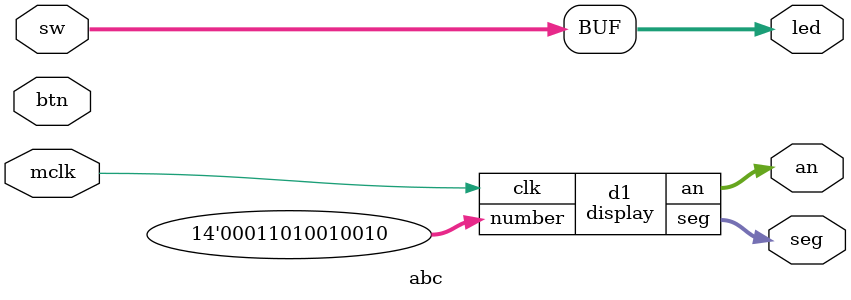
<source format=v>
`default_nettype none

module div_single(dividend, divisor, quotient, remainder);

parameter DIVIDEND_BITS = 4;
parameter DIVISOR_BITS = 4;

input wire [DIVIDEND_BITS-1:0] dividend;
input wire [DIVISOR_BITS-1:0] divisor;
output reg quotient;
output reg [DIVIDEND_BITS-1:0] remainder;

always @(dividend, divisor) begin
    if (dividend >= divisor) begin
        quotient = 1;
        remainder = dividend - divisor;
    end 
    else begin
        quotient = 0;
        remainder = dividend;
    end
end

endmodule


module div(dividend, divisor, quotient, remainder);

parameter BITS = 4;

input wire [BITS-1:0] dividend;
input wire [BITS-1:0] divisor;
output wire [BITS-1:0] quotient;
output wire [BITS-1:0] remainder;

wire [BITS-1:0] r [0:BITS-1];

genvar i;
generate
    for (i = 0; i < BITS; i = i + 1) begin : gen_ds
        if (i == 0) begin
            div_single #(.DIVISOR_BITS(BITS), .DIVIDEND_BITS(i+1)) ds(
                .dividend(dividend[BITS-1]),
                .divisor(divisor),
                .quotient(quotient[BITS-1]),
                .remainder(r[0][BITS-1])
            );
        end
        else begin
            div_single #(.DIVISOR_BITS(BITS), .DIVIDEND_BITS(i+1)) ds(
                .dividend({r[i-1][BITS-1:BITS-i], dividend[BITS-1-i]}),
                .divisor(divisor),
                .quotient(quotient[BITS-1-i]),
                .remainder(r[i][BITS-1:BITS-1-i])
            );
        end
    end
endgenerate

assign remainder = r[BITS-1];

endmodule

module display(
    input clk,
    input [13:0] number,
    output reg[6:0] seg,
    output reg[3:0] an
);

integer s = 0;
integer num = 0;

reg [3:0] digits [1:0];

always @(posedge clk) begin
    s = s + 1;
    digits[0] = num;
    case (s)
    0 : an = 4'b1111;
    100 : begin
        an = ~(1<<num);
        case (digits[0])
            0: seg = 7'h40;
            1: seg = 7'h79;
            2: seg = 7'h24;
            3: seg = 7'h30;
            4: seg = 7'h19;
            5: seg = 7'h12;
            6: seg = 7'h02;
            7: seg = 7'h78;
            8: seg = 7'h00;
            9: seg = 7'h10;
        endcase
    end
    900 : begin
        an = 4'b1111;
        if (num == 3) 
            num = 0; 
        else 
            num = num + 1;
    end
    1000 : s = 0;
    endcase
end

endmodule


module abc(
    input mclk,
    input [7:0] sw,
    input [3:0] btn,
    output reg[7:0] led,
    output [6:0] seg,
    output [3:0] an
);

// reg [13:0] disp;
// reg [31:0] state;

// wire [31:0] q;
// wire [31:0] r;

always @(sw, btn) begin
    case (btn)
    default :
        led = sw;
    endcase
end

display d1(
    .clk(mclk),
    .number(1682),
    .seg(seg),
    .an(an)
);

endmodule

</source>
